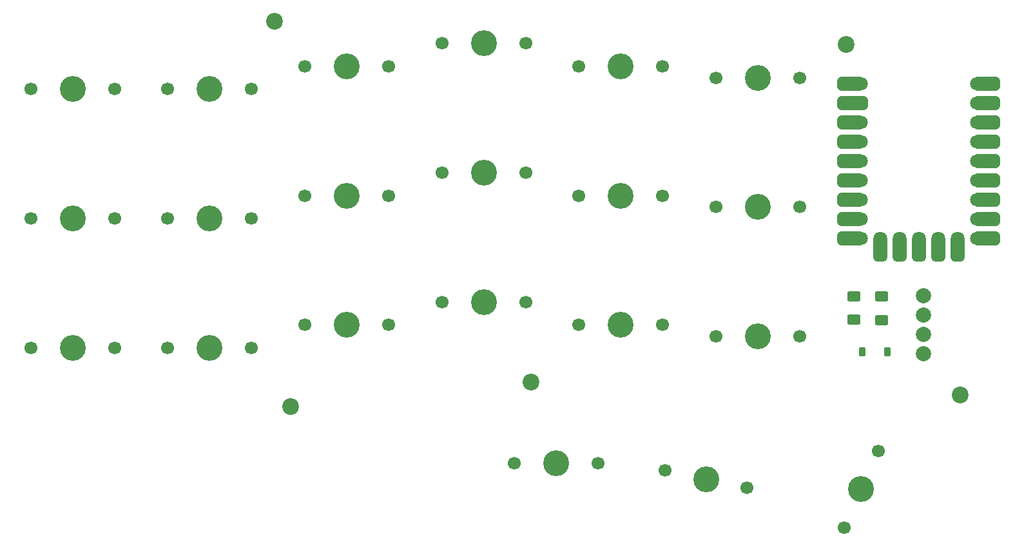
<source format=gts>
%TF.GenerationSoftware,KiCad,Pcbnew,9.0.5*%
%TF.CreationDate,2025-11-02T20:14:42+07:00*%
%TF.ProjectId,moon_knight_v1,6d6f6f6e-5f6b-46e6-9967-68745f76312e,rev?*%
%TF.SameCoordinates,Original*%
%TF.FileFunction,Soldermask,Top*%
%TF.FilePolarity,Negative*%
%FSLAX46Y46*%
G04 Gerber Fmt 4.6, Leading zero omitted, Abs format (unit mm)*
G04 Created by KiCad (PCBNEW 9.0.5) date 2025-11-02 20:14:42*
%MOMM*%
%LPD*%
G01*
G04 APERTURE LIST*
G04 Aperture macros list*
%AMRoundRect*
0 Rectangle with rounded corners*
0 $1 Rounding radius*
0 $2 $3 $4 $5 $6 $7 $8 $9 X,Y pos of 4 corners*
0 Add a 4 corners polygon primitive as box body*
4,1,4,$2,$3,$4,$5,$6,$7,$8,$9,$2,$3,0*
0 Add four circle primitives for the rounded corners*
1,1,$1+$1,$2,$3*
1,1,$1+$1,$4,$5*
1,1,$1+$1,$6,$7*
1,1,$1+$1,$8,$9*
0 Add four rect primitives between the rounded corners*
20,1,$1+$1,$2,$3,$4,$5,0*
20,1,$1+$1,$4,$5,$6,$7,0*
20,1,$1+$1,$6,$7,$8,$9,0*
20,1,$1+$1,$8,$9,$2,$3,0*%
G04 Aperture macros list end*
%ADD10C,2.200000*%
%ADD11RoundRect,0.250000X-0.625000X0.400000X-0.625000X-0.400000X0.625000X-0.400000X0.625000X0.400000X0*%
%ADD12RoundRect,0.450000X-1.300000X-0.450000X1.300000X-0.450000X1.300000X0.450000X-1.300000X0.450000X0*%
%ADD13C,1.800000*%
%ADD14RoundRect,0.450000X-0.450000X-0.450000X0.450000X-0.450000X0.450000X0.450000X-0.450000X0.450000X0*%
%ADD15RoundRect,0.450000X1.300000X0.450000X-1.300000X0.450000X-1.300000X-0.450000X1.300000X-0.450000X0*%
%ADD16RoundRect,0.450000X-0.450000X1.300000X-0.450000X-1.300000X0.450000X-1.300000X0.450000X1.300000X0*%
%ADD17RoundRect,0.225000X-0.225000X-0.375000X0.225000X-0.375000X0.225000X0.375000X-0.225000X0.375000X0*%
%ADD18C,2.000000*%
%ADD19C,1.700000*%
%ADD20C,3.400000*%
G04 APERTURE END LIST*
D10*
%TO.C,H1*%
X128001190Y-47985000D03*
%TD*%
D11*
%TO.C,R2*%
X132661190Y-81085000D03*
X132661190Y-84185000D03*
%TD*%
D12*
%TO.C,MCU1*%
X128621190Y-53072501D03*
D13*
X129921190Y-53072501D03*
D12*
X128621190Y-55612501D03*
D14*
X129921190Y-55612501D03*
D12*
X128621190Y-58152501D03*
D13*
X129921190Y-58152501D03*
D12*
X128621190Y-60692501D03*
D13*
X129921190Y-60692501D03*
D12*
X128621190Y-63232501D03*
D13*
X129921190Y-63232501D03*
D12*
X128621190Y-65772501D03*
D13*
X129921190Y-65772501D03*
D12*
X128621190Y-68312501D03*
D13*
X129921190Y-68312501D03*
D12*
X128621190Y-70852501D03*
D13*
X129921190Y-70852501D03*
D12*
X128621190Y-73392501D03*
D13*
X129921190Y-73392501D03*
X145161190Y-53072501D03*
D15*
X146461190Y-53072501D03*
D13*
X145161190Y-55612501D03*
D15*
X146461190Y-55612501D03*
D13*
X145161190Y-58152501D03*
D15*
X146461190Y-58152501D03*
D13*
X145161190Y-60692501D03*
D12*
X146461190Y-60692501D03*
D13*
X145161190Y-63232501D03*
D12*
X146461190Y-63232501D03*
D13*
X145161190Y-65772501D03*
D12*
X146461190Y-65772501D03*
D13*
X145161190Y-68312501D03*
D12*
X146461190Y-68312501D03*
D13*
X145161190Y-70852501D03*
D12*
X146461190Y-70852501D03*
D13*
X145161190Y-73392501D03*
D12*
X146461190Y-73392501D03*
D13*
X132461190Y-73392501D03*
D16*
X132461190Y-74692501D03*
D13*
X135001190Y-73392501D03*
D16*
X135001190Y-74692501D03*
D13*
X137541190Y-73392501D03*
D16*
X137541190Y-74692501D03*
D13*
X140081190Y-73392501D03*
D16*
X140081190Y-74692501D03*
D13*
X142621190Y-73392501D03*
D16*
X142621190Y-74692501D03*
%TD*%
D10*
%TO.C,H2*%
X143011190Y-94000000D03*
%TD*%
%TO.C,H4*%
X52901190Y-44865000D03*
%TD*%
D17*
%TO.C,D22*%
X130091190Y-88355000D03*
X133391190Y-88355000D03*
%TD*%
D18*
%TO.C,USB_C_1*%
X138191190Y-88625000D03*
X138191190Y-86085000D03*
X138191190Y-83545000D03*
X138191190Y-81005000D03*
%TD*%
D10*
%TO.C,H3*%
X86551190Y-92325000D03*
%TD*%
%TO.C,H5*%
X55001190Y-95555000D03*
%TD*%
D11*
%TO.C,R1*%
X128991190Y-81035000D03*
X128991190Y-84135000D03*
%TD*%
D19*
%TO.C,CH3*%
X85881190Y-47815000D03*
D20*
X80381190Y-47815000D03*
D19*
X74881190Y-47815000D03*
%TD*%
%TO.C,CH4*%
X67881190Y-50815000D03*
D20*
X62381190Y-50815000D03*
D19*
X56881190Y-50815000D03*
%TD*%
%TO.C,CH1*%
X121881190Y-52315000D03*
D20*
X116381190Y-52315000D03*
D19*
X110881190Y-52315000D03*
%TD*%
%TO.C,CH20*%
X114967668Y-106213486D03*
D20*
X109587856Y-105069972D03*
D19*
X104208044Y-103926458D03*
%TD*%
%TO.C,CH6*%
X31881190Y-53815000D03*
D20*
X26381190Y-53815000D03*
D19*
X20881190Y-53815000D03*
%TD*%
%TO.C,CH17*%
X49881190Y-87815000D03*
D20*
X44381190Y-87815000D03*
D19*
X38881190Y-87815000D03*
%TD*%
%TO.C,CH2*%
X103881190Y-50815000D03*
D20*
X98381190Y-50815000D03*
D19*
X92881190Y-50815000D03*
%TD*%
%TO.C,CH14*%
X103881190Y-84815000D03*
D20*
X98381190Y-84815000D03*
D19*
X92881190Y-84815000D03*
%TD*%
%TO.C,CH12*%
X121881190Y-69315000D03*
D20*
X116381190Y-69315000D03*
D19*
X110881190Y-69315000D03*
%TD*%
%TO.C,CH18*%
X31881190Y-87815000D03*
D20*
X26381190Y-87815000D03*
D19*
X20881190Y-87815000D03*
%TD*%
%TO.C,CH10*%
X85881190Y-64815000D03*
D20*
X80381190Y-64815000D03*
D19*
X74881190Y-64815000D03*
%TD*%
%TO.C,CH19*%
X95431190Y-103015000D03*
D20*
X89931190Y-103015000D03*
D19*
X84431190Y-103015000D03*
%TD*%
%TO.C,CH11*%
X103881190Y-67815000D03*
D20*
X98381190Y-67815000D03*
D19*
X92881190Y-67815000D03*
%TD*%
%TO.C,CH21*%
X132195085Y-101371798D03*
D20*
X129958033Y-106396298D03*
D19*
X127720981Y-111420798D03*
%TD*%
%TO.C,CH15*%
X85881190Y-81815000D03*
D20*
X80381190Y-81815000D03*
D19*
X74881190Y-81815000D03*
%TD*%
%TO.C,CH7*%
X31881190Y-70815000D03*
D20*
X26381190Y-70815000D03*
D19*
X20881190Y-70815000D03*
%TD*%
%TO.C,CH5*%
X49881190Y-53815000D03*
D20*
X44381190Y-53815000D03*
D19*
X38881190Y-53815000D03*
%TD*%
%TO.C,CH16*%
X67881190Y-84815000D03*
D20*
X62381190Y-84815000D03*
D19*
X56881190Y-84815000D03*
%TD*%
%TO.C,CH8*%
X49881190Y-70815000D03*
D20*
X44381190Y-70815000D03*
D19*
X38881190Y-70815000D03*
%TD*%
%TO.C,CH9*%
X67881190Y-67815000D03*
D20*
X62381190Y-67815000D03*
D19*
X56881190Y-67815000D03*
%TD*%
%TO.C,CH13*%
X121881190Y-86315000D03*
D20*
X116381190Y-86315000D03*
D19*
X110881190Y-86315000D03*
%TD*%
M02*

</source>
